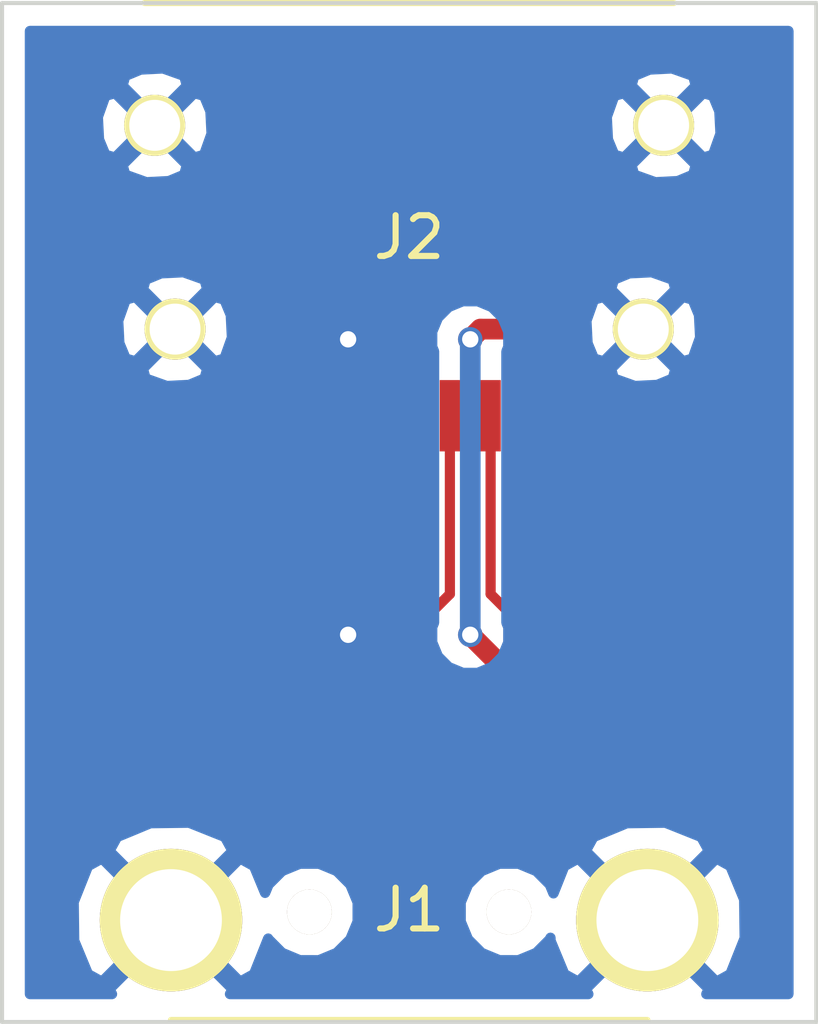
<source format=kicad_pcb>
(kicad_pcb (version 4) (host pcbnew "(2015-06-12 BZR 5743)-product")

  (general
    (links 13)
    (no_connects 0)
    (area 79.949999 99.724999 100.050001 125.225001)
    (thickness 1.6)
    (drawings 4)
    (tracks 35)
    (zones 0)
    (modules 2)
    (nets 10)
  )

  (page USLetter)
  (layers
    (0 F.Cu signal)
    (31 B.Cu signal)
    (32 B.Adhes user)
    (33 F.Adhes user)
    (34 B.Paste user)
    (35 F.Paste user)
    (36 B.SilkS user)
    (37 F.SilkS user)
    (38 B.Mask user)
    (39 F.Mask user)
    (40 Dwgs.User user)
    (41 Cmts.User user)
    (42 Eco1.User user)
    (43 Eco2.User user)
    (44 Edge.Cuts user)
    (45 Margin user)
    (46 B.CrtYd user)
    (47 F.CrtYd user)
    (48 B.Fab user)
    (49 F.Fab user)
  )

  (setup
    (last_trace_width 0.508)
    (user_trace_width 0.1524)
    (user_trace_width 0.254)
    (user_trace_width 0.508)
    (user_trace_width 1.016)
    (trace_clearance 0.2)
    (zone_clearance 0.508)
    (zone_45_only no)
    (trace_min 0.1524)
    (segment_width 0.2)
    (edge_width 0.1)
    (via_size 0.6)
    (via_drill 0.4)
    (via_min_size 0.4)
    (via_min_drill 0.3)
    (user_via 0.6858 0.013)
    (uvia_size 0.3)
    (uvia_drill 0.1)
    (uvias_allowed no)
    (uvia_min_size 0.2)
    (uvia_min_drill 0.1)
    (pcb_text_width 0.3)
    (pcb_text_size 1.5 1.5)
    (mod_edge_width 0.15)
    (mod_text_size 1 1)
    (mod_text_width 0.15)
    (pad_size 1.5 1.5)
    (pad_drill 0.6)
    (pad_to_mask_clearance 0)
    (aux_axis_origin 0 0)
    (grid_origin 100 100)
    (visible_elements FFFFFF7F)
    (pcbplotparams
      (layerselection 0x010f0_80000001)
      (usegerberextensions true)
      (excludeedgelayer true)
      (linewidth 0.100000)
      (plotframeref false)
      (viasonmask false)
      (mode 1)
      (useauxorigin false)
      (hpglpennumber 1)
      (hpglpenspeed 20)
      (hpglpendiameter 15)
      (hpglpenoverlay 2)
      (psnegative false)
      (psa4output false)
      (plotreference true)
      (plotvalue true)
      (plotinvisibletext false)
      (padsonsilk false)
      (subtractmaskfromsilk false)
      (outputformat 1)
      (mirror false)
      (drillshape 0)
      (scaleselection 1)
      (outputdirectory grb/))
  )

  (net 0 "")
  (net 1 "Net-(J1-Pad1)")
  (net 2 "Net-(J1-Pad2)")
  (net 3 "Net-(J1-Pad3)")
  (net 4 GND)
  (net 5 "Net-(J1-Pad5)")
  (net 6 "Net-(J1-Pad6)")
  (net 7 "Net-(J1-Pad7)")
  (net 8 "Net-(J1-Pad8)")
  (net 9 "Net-(J1-Pad9)")

  (net_class Default "This is the default net class."
    (clearance 0.2)
    (trace_width 0.25)
    (via_dia 0.6)
    (via_drill 0.4)
    (uvia_dia 0.3)
    (uvia_drill 0.1)
    (add_net GND)
    (add_net "Net-(J1-Pad1)")
    (add_net "Net-(J1-Pad2)")
    (add_net "Net-(J1-Pad3)")
    (add_net "Net-(J1-Pad5)")
    (add_net "Net-(J1-Pad6)")
    (add_net "Net-(J1-Pad7)")
    (add_net "Net-(J1-Pad8)")
    (add_net "Net-(J1-Pad9)")
  )

  (module alvarop:USB3_A_PLUG (layer F.Cu) (tedit 557C73DC) (tstamp 557C6E77)
    (at 90 122.3)
    (path /557C5269)
    (fp_text reference J1 (at 0 -0.05) (layer F.SilkS)
      (effects (font (size 1 1) (thickness 0.15)))
    )
    (fp_text value USB3_A_PLUG (at 0 -7.33) (layer F.Fab) hide
      (effects (font (size 1 1) (thickness 0.15)))
    )
    (fp_line (start -5.85 2.65) (end 5.85 2.65) (layer F.SilkS) (width 0.15))
    (pad 1 smd rect (at 3 -2.25) (size 0.7 1.8) (layers F.Cu F.Paste F.Mask)
      (net 1 "Net-(J1-Pad1)"))
    (pad 2 smd rect (at 1 -2.25) (size 0.7 1.8) (layers F.Cu F.Paste F.Mask)
      (net 2 "Net-(J1-Pad2)"))
    (pad 3 smd rect (at -1 -2.25) (size 0.7 1.8) (layers F.Cu F.Paste F.Mask)
      (net 3 "Net-(J1-Pad3)"))
    (pad 4 smd rect (at -3 -2.25) (size 0.7 1.8) (layers F.Cu F.Paste F.Mask)
      (net 4 GND))
    (pad 5 smd rect (at -4 -2.25) (size 0.7 1.8) (layers F.Cu F.Paste F.Mask)
      (net 5 "Net-(J1-Pad5)"))
    (pad 6 smd rect (at -2 -2.25) (size 0.7 1.8) (layers F.Cu F.Paste F.Mask)
      (net 6 "Net-(J1-Pad6)"))
    (pad 7 smd rect (at 0 -2.25) (size 0.7 1.8) (layers F.Cu F.Paste F.Mask)
      (net 7 "Net-(J1-Pad7)"))
    (pad 8 smd rect (at 2 -2.25) (size 0.7 1.8) (layers F.Cu F.Paste F.Mask)
      (net 8 "Net-(J1-Pad8)"))
    (pad 9 smd rect (at 4 -2.25) (size 0.7 1.8) (layers F.Cu F.Paste F.Mask)
      (net 9 "Net-(J1-Pad9)"))
    (pad 10 thru_hole circle (at 5.85 0.2) (size 3.5 3.5) (drill 2.5) (layers *.Cu *.Mask F.SilkS)
      (net 4 GND))
    (pad 10 thru_hole circle (at -5.85 0.2) (size 3.5 3.5) (drill 2.5) (layers *.Cu *.Mask F.SilkS)
      (net 4 GND))
    (pad "" thru_hole circle (at 2.45 0) (size 1.1 1.1) (drill 1.1) (layers *.Cu *.Mask F.SilkS))
    (pad "" thru_hole circle (at -2.45 0) (size 1.1 1.1) (drill 1.1) (layers *.Cu *.Mask F.SilkS))
  )

  (module alvarop:PS4_AUX_RECP (layer F.Cu) (tedit 557C7065) (tstamp 557C6E87)
    (at 90 110 180)
    (path /557C523B)
    (fp_text reference J2 (at 0 4.25 180) (layer F.SilkS)
      (effects (font (size 1 1) (thickness 0.15)))
    )
    (fp_text value PS4_AUX_RECP (at 0 -1.75 180) (layer F.Fab) hide
      (effects (font (size 1 1) (thickness 0.15)))
    )
    (fp_line (start 6.5 10) (end -6.5 10) (layer F.SilkS) (width 0.15))
    (pad 4 smd rect (at 0 -0.125 180) (size 0.5 1.75) (layers F.Cu F.Paste F.Mask)
      (net 7 "Net-(J1-Pad7)"))
    (pad 3 smd rect (at 1 -0.125 180) (size 0.5 1.75) (layers F.Cu F.Paste F.Mask)
      (net 6 "Net-(J1-Pad6)"))
    (pad 5 smd rect (at -1 -0.125 180) (size 0.5 1.75) (layers F.Cu F.Paste F.Mask)
      (net 8 "Net-(J1-Pad8)"))
    (pad 6 smd rect (at -2 -0.125 180) (size 0.5 1.75) (layers F.Cu F.Paste F.Mask)
      (net 9 "Net-(J1-Pad9)"))
    (pad 2 smd rect (at 2 -0.125 180) (size 0.5 1.75) (layers F.Cu F.Paste F.Mask)
      (net 5 "Net-(J1-Pad5)"))
    (pad 1 smd rect (at 3.5 -0.125 180) (size 1 1.75) (layers F.Cu F.Paste F.Mask)
      (net 4 GND))
    (pad 7 smd rect (at -3.5 -0.125 180) (size 1 1.75) (layers F.Cu F.Paste F.Mask)
      (net 1 "Net-(J1-Pad1)"))
    (pad 8 thru_hole circle (at 5.75 2 180) (size 1.5 1.5) (drill 1.25) (layers *.Cu *.Mask F.SilkS)
      (net 4 GND))
    (pad 8 thru_hole circle (at -5.75 2 180) (size 1.5 1.5) (drill 1.25) (layers *.Cu *.Mask F.SilkS)
      (net 4 GND))
    (pad 8 thru_hole circle (at -6.25 7 180) (size 1.5 1.5) (drill 1.25) (layers *.Cu *.Mask F.SilkS)
      (net 4 GND))
    (pad 8 thru_hole circle (at 6.25 7 180) (size 1.5 1.5) (drill 1.25) (layers *.Cu *.Mask F.SilkS)
      (net 4 GND))
  )

  (gr_line (start 80 100) (end 100 100) (angle 90) (layer Edge.Cuts) (width 0.1))
  (gr_line (start 80 125) (end 80 100) (angle 90) (layer Edge.Cuts) (width 0.1))
  (gr_line (start 100 125) (end 80 125) (angle 90) (layer Edge.Cuts) (width 0.1))
  (gr_line (start 100 100) (end 100 125) (angle 90) (layer Edge.Cuts) (width 0.1))

  (segment (start 93.5 110.125) (end 93.5 108.75) (width 0.508) (layer F.Cu) (net 1) (status 400000))
  (segment (start 93 117) (end 93 120.05) (width 0.508) (layer F.Cu) (net 1) (tstamp 557C7142) (status 800000))
  (segment (start 91.5 115.5) (end 93 117) (width 0.508) (layer F.Cu) (net 1) (tstamp 557C7141))
  (via (at 91.5 115.5) (size 0.6) (layers F.Cu B.Cu) (net 1))
  (segment (start 91.5 108.25) (end 91.5 115.5) (width 0.508) (layer B.Cu) (net 1) (tstamp 557C713C))
  (via (at 91.5 108.25) (size 0.6) (layers F.Cu B.Cu) (net 1))
  (segment (start 91.75 108) (end 91.5 108.25) (width 0.508) (layer F.Cu) (net 1) (tstamp 557C7134))
  (segment (start 92.75 108) (end 91.75 108) (width 0.508) (layer F.Cu) (net 1) (tstamp 557C7122))
  (segment (start 93.5 108.75) (end 92.75 108) (width 0.508) (layer F.Cu) (net 1) (tstamp 557C711E))
  (segment (start 86.5 110.125) (end 86.5 108.75) (width 0.508) (layer F.Cu) (net 4) (status 400000))
  (segment (start 87 117) (end 87 120.05) (width 0.508) (layer F.Cu) (net 4) (tstamp 557C7175) (status 800000))
  (segment (start 88.5 115.5) (end 87 117) (width 0.508) (layer F.Cu) (net 4) (tstamp 557C7174))
  (via (at 88.5 115.5) (size 0.6) (layers F.Cu B.Cu) (net 4))
  (segment (start 88.5 108.25) (end 88.5 115.5) (width 0.508) (layer B.Cu) (net 4) (tstamp 557C716D))
  (via (at 88.5 108.25) (size 0.6) (layers F.Cu B.Cu) (net 4))
  (segment (start 88.25 108) (end 88.5 108.25) (width 0.508) (layer F.Cu) (net 4) (tstamp 557C7166))
  (segment (start 87.25 108) (end 88.25 108) (width 0.508) (layer F.Cu) (net 4) (tstamp 557C715D))
  (segment (start 86.5 108.75) (end 87.25 108) (width 0.508) (layer F.Cu) (net 4) (tstamp 557C7156))
  (segment (start 88 110.125) (end 88 114.5) (width 0.25) (layer F.Cu) (net 5) (status 400000))
  (segment (start 86 116.5) (end 86 120.05) (width 0.25) (layer F.Cu) (net 5) (tstamp 557C6FE5) (status 800000))
  (segment (start 88 114.5) (end 86 116.5) (width 0.25) (layer F.Cu) (net 5) (tstamp 557C6FD9))
  (segment (start 89 110.125) (end 89 114.5) (width 0.25) (layer F.Cu) (net 6) (status 400000))
  (segment (start 88 118.25) (end 88 120.05) (width 0.25) (layer F.Cu) (net 6) (tstamp 557C700B) (status 800000))
  (segment (start 89.5 116.75) (end 88 118.25) (width 0.25) (layer F.Cu) (net 6) (tstamp 557C7009))
  (segment (start 89.5 115) (end 89.5 116.75) (width 0.25) (layer F.Cu) (net 6) (tstamp 557C7007))
  (segment (start 89 114.5) (end 89.5 115) (width 0.25) (layer F.Cu) (net 6) (tstamp 557C7003))
  (segment (start 90 110.125) (end 90 120.05) (width 0.25) (layer F.Cu) (net 7) (status C00000))
  (segment (start 91 110.125) (end 91 114.5) (width 0.25) (layer F.Cu) (net 8) (status 400000))
  (segment (start 92 118.25) (end 92 120.05) (width 0.25) (layer F.Cu) (net 8) (tstamp 557C7024) (status 800000))
  (segment (start 90.5 116.75) (end 92 118.25) (width 0.25) (layer F.Cu) (net 8) (tstamp 557C701D))
  (segment (start 90.5 115) (end 90.5 116.75) (width 0.25) (layer F.Cu) (net 8) (tstamp 557C7018))
  (segment (start 91 114.5) (end 90.5 115) (width 0.25) (layer F.Cu) (net 8) (tstamp 557C7015))
  (segment (start 92 110.125) (end 92 114.5) (width 0.25) (layer F.Cu) (net 9) (status 400000))
  (segment (start 94 116.5) (end 94 120.05) (width 0.25) (layer F.Cu) (net 9) (tstamp 557C6FF9) (status 800000))
  (segment (start 92 114.5) (end 94 116.5) (width 0.25) (layer F.Cu) (net 9) (tstamp 557C6FEE))

  (zone (net 4) (net_name GND) (layer B.Cu) (tstamp 557C7281) (hatch edge 0.508)
    (connect_pads (clearance 0.508))
    (min_thickness 0.254)
    (fill yes (arc_segments 16) (thermal_gap 0.508) (thermal_bridge_width 0.508))
    (polygon
      (pts
        (xy 99.5 124.5) (xy 80.5 124.5) (xy 80.5 100.5) (xy 99.5 100.5)
      )
    )
    (filled_polygon
      (pts
        (xy 99.315 124.315) (xy 99.315 124.315) (xy 97.298426 124.315) (xy 97.364923 124.194528) (xy 95.85 122.679605)
        (xy 94.335077 124.194528) (xy 94.401574 124.315) (xy 85.598426 124.315) (xy 85.664923 124.194528) (xy 84.15 122.679605)
        (xy 82.635077 124.194528) (xy 82.701574 124.315) (xy 80.685 124.315) (xy 80.685 120.985077) (xy 82.455472 120.985077)
        (xy 82.110729 121.175364) (xy 81.759044 122.056591) (xy 81.771359 123.005323) (xy 82.110729 123.824636) (xy 82.455472 124.014923)
        (xy 83.970395 122.5) (xy 82.455472 120.985077) (xy 80.685 120.985077) (xy 80.685 120.109044) (xy 84.593409 120.109044)
        (xy 83.644677 120.121359) (xy 82.825364 120.460729) (xy 82.635077 120.805472) (xy 84.15 122.320395) (xy 85.485318 120.985077)
        (xy 85.844528 120.985077) (xy 84.329605 122.5) (xy 85.844528 124.014923) (xy 86.189271 123.824636) (xy 86.537381 122.952368)
        (xy 86.54482 122.970372) (xy 86.877875 123.304009) (xy 87.313255 123.484794) (xy 87.784677 123.485206) (xy 88.220372 123.30518)
        (xy 88.554009 122.972125) (xy 88.734794 122.536745) (xy 88.735206 122.065323) (xy 88.55518 121.629628) (xy 88.222125 121.295991)
        (xy 87.786745 121.115206) (xy 87.315323 121.114794) (xy 86.879628 121.29482) (xy 86.545991 121.627875) (xy 86.461245 121.831968)
        (xy 86.189271 121.175364) (xy 85.844528 120.985077) (xy 94.155472 120.985077) (xy 93.810729 121.175364) (xy 93.543823 121.844159)
        (xy 93.45518 121.629628) (xy 93.122125 121.295991) (xy 92.686745 121.115206) (xy 92.215323 121.114794) (xy 91.779628 121.29482)
        (xy 91.445991 121.627875) (xy 91.265206 122.063255) (xy 91.264794 122.534677) (xy 91.44482 122.970372) (xy 91.777875 123.304009)
        (xy 92.213255 123.484794) (xy 92.684677 123.485206) (xy 93.120372 123.30518) (xy 93.454009 122.972125) (xy 93.470415 122.932614)
        (xy 93.471359 123.005323) (xy 93.810729 123.824636) (xy 94.155472 124.014923) (xy 95.670395 122.5) (xy 94.155472 120.985077)
        (xy 85.844528 120.985077) (xy 85.844528 120.985077) (xy 85.485318 120.985077) (xy 85.664923 120.805472) (xy 85.474636 120.460729)
        (xy 84.593409 120.109044) (xy 96.293409 120.109044) (xy 95.344677 120.121359) (xy 94.525364 120.460729) (xy 94.335077 120.805472)
        (xy 95.85 122.320395) (xy 97.185318 120.985077) (xy 97.544528 120.985077) (xy 96.029605 122.5) (xy 97.544528 124.014923)
        (xy 97.889271 123.824636) (xy 98.240956 122.943409) (xy 98.228641 121.994677) (xy 97.889271 121.175364) (xy 97.544528 120.985077)
        (xy 97.185318 120.985077) (xy 97.364923 120.805472) (xy 97.174636 120.460729) (xy 96.293409 120.109044) (xy 84.593409 120.109044)
        (xy 84.593409 120.109044) (xy 80.685 120.109044) (xy 80.685 107.208088) (xy 83.278483 107.208088) (xy 83.03754 107.276077)
        (xy 82.852799 107.795171) (xy 82.88077 108.345448) (xy 83.03754 108.723923) (xy 83.278483 108.791912) (xy 83.89079 108.179605)
        (xy 84.25 108.179605) (xy 83.458088 108.971517) (xy 83.526077 109.21246) (xy 84.045171 109.397201) (xy 84.595448 109.36923)
        (xy 84.973923 109.21246) (xy 85.041912 108.971517) (xy 84.25 108.179605) (xy 83.89079 108.179605) (xy 84.070395 108)
        (xy 83.278483 107.208088) (xy 80.685 107.208088) (xy 80.685 106.602799) (xy 84.454829 106.602799) (xy 83.904552 106.63077)
        (xy 83.526077 106.78754) (xy 83.458088 107.028483) (xy 84.25 107.820395) (xy 84.862307 107.208088) (xy 85.221517 107.208088)
        (xy 84.429605 108) (xy 85.221517 108.791912) (xy 85.46246 108.723923) (xy 85.647201 108.204829) (xy 85.61923 107.654552)
        (xy 85.478516 107.314838) (xy 91.314833 107.314838) (xy 90.971057 107.456883) (xy 90.707808 107.719673) (xy 90.565162 108.063201)
        (xy 90.564838 108.435167) (xy 90.611 108.546888) (xy 90.611 115.202811) (xy 90.565162 115.313201) (xy 90.564838 115.685167)
        (xy 90.706883 116.028943) (xy 90.969673 116.292192) (xy 91.313201 116.434838) (xy 91.685167 116.435162) (xy 92.028943 116.293117)
        (xy 92.292192 116.030327) (xy 92.434838 115.686799) (xy 92.435162 115.314833) (xy 92.389 115.203112) (xy 92.389 108.547189)
        (xy 92.434838 108.436799) (xy 92.435162 108.064833) (xy 92.293117 107.721057) (xy 92.030327 107.457808) (xy 91.686799 107.315162)
        (xy 91.314833 107.314838) (xy 85.478516 107.314838) (xy 85.46246 107.276077) (xy 85.221517 107.208088) (xy 94.778483 107.208088)
        (xy 94.53754 107.276077) (xy 94.352799 107.795171) (xy 94.38077 108.345448) (xy 94.53754 108.723923) (xy 94.778483 108.791912)
        (xy 95.39079 108.179605) (xy 95.75 108.179605) (xy 94.958088 108.971517) (xy 95.026077 109.21246) (xy 95.545171 109.397201)
        (xy 96.095448 109.36923) (xy 96.473923 109.21246) (xy 96.541912 108.971517) (xy 95.75 108.179605) (xy 95.39079 108.179605)
        (xy 95.570395 108) (xy 94.778483 107.208088) (xy 85.221517 107.208088) (xy 85.221517 107.208088) (xy 84.862307 107.208088)
        (xy 85.041912 107.028483) (xy 84.973923 106.78754) (xy 84.454829 106.602799) (xy 95.954829 106.602799) (xy 95.404552 106.63077)
        (xy 95.026077 106.78754) (xy 94.958088 107.028483) (xy 95.75 107.820395) (xy 96.362307 107.208088) (xy 96.721517 107.208088)
        (xy 95.929605 108) (xy 96.721517 108.791912) (xy 96.96246 108.723923) (xy 97.147201 108.204829) (xy 97.11923 107.654552)
        (xy 96.96246 107.276077) (xy 96.721517 107.208088) (xy 96.362307 107.208088) (xy 96.541912 107.028483) (xy 96.473923 106.78754)
        (xy 95.954829 106.602799) (xy 84.454829 106.602799) (xy 84.454829 106.602799) (xy 80.685 106.602799) (xy 80.685 102.208088)
        (xy 82.778483 102.208088) (xy 82.53754 102.276077) (xy 82.352799 102.795171) (xy 82.38077 103.345448) (xy 82.53754 103.723923)
        (xy 82.778483 103.791912) (xy 83.39079 103.179605) (xy 83.75 103.179605) (xy 82.958088 103.971517) (xy 83.026077 104.21246)
        (xy 83.545171 104.397201) (xy 84.095448 104.36923) (xy 84.473923 104.21246) (xy 84.541912 103.971517) (xy 83.75 103.179605)
        (xy 83.39079 103.179605) (xy 83.570395 103) (xy 82.778483 102.208088) (xy 80.685 102.208088) (xy 80.685 101.602799)
        (xy 83.954829 101.602799) (xy 83.404552 101.63077) (xy 83.026077 101.78754) (xy 82.958088 102.028483) (xy 83.75 102.820395)
        (xy 84.362307 102.208088) (xy 84.721517 102.208088) (xy 83.929605 103) (xy 84.721517 103.791912) (xy 84.96246 103.723923)
        (xy 85.147201 103.204829) (xy 85.11923 102.654552) (xy 84.96246 102.276077) (xy 84.721517 102.208088) (xy 95.278483 102.208088)
        (xy 95.03754 102.276077) (xy 94.852799 102.795171) (xy 94.88077 103.345448) (xy 95.03754 103.723923) (xy 95.278483 103.791912)
        (xy 95.89079 103.179605) (xy 96.25 103.179605) (xy 95.458088 103.971517) (xy 95.526077 104.21246) (xy 96.045171 104.397201)
        (xy 96.595448 104.36923) (xy 96.973923 104.21246) (xy 97.041912 103.971517) (xy 96.25 103.179605) (xy 95.89079 103.179605)
        (xy 96.070395 103) (xy 95.278483 102.208088) (xy 84.721517 102.208088) (xy 84.721517 102.208088) (xy 84.362307 102.208088)
        (xy 84.541912 102.028483) (xy 84.473923 101.78754) (xy 83.954829 101.602799) (xy 96.454829 101.602799) (xy 95.904552 101.63077)
        (xy 95.526077 101.78754) (xy 95.458088 102.028483) (xy 96.25 102.820395) (xy 96.862307 102.208088) (xy 97.221517 102.208088)
        (xy 96.429605 103) (xy 97.221517 103.791912) (xy 97.46246 103.723923) (xy 97.647201 103.204829) (xy 97.61923 102.654552)
        (xy 97.46246 102.276077) (xy 97.221517 102.208088) (xy 96.862307 102.208088) (xy 97.041912 102.028483) (xy 96.973923 101.78754)
        (xy 96.454829 101.602799) (xy 83.954829 101.602799) (xy 83.954829 101.602799) (xy 80.685 101.602799) (xy 80.685 100.685)
        (xy 99.315 100.685) (xy 99.315 124.315)
      )
    )
  )
)

</source>
